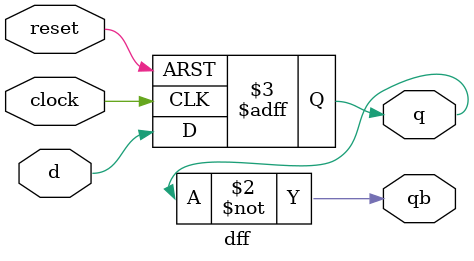
<source format=sv>
module dff (
    input logic d,
    input logic clock,
    input logic reset,
    output logic q,
    output logic qb
);
    always_ff @(posedge clock or posedge reset) begin
        if (reset)
            q <= 1'b0;
        else
            q <= d;
    end
    
    assign qb = ~q;
endmodule

</source>
